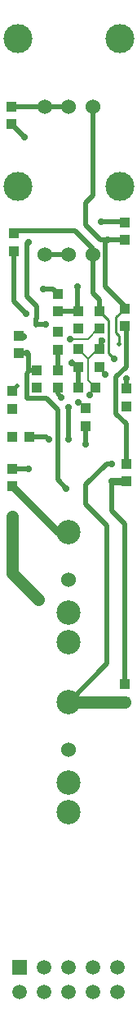
<source format=gbl>
G04 Layer_Physical_Order=2*
G04 Layer_Color=16711680*
%FSLAX25Y25*%
%MOIN*%
G70*
G01*
G75*
%ADD15R,0.04331X0.04331*%
%ADD18C,0.03000*%
%ADD19C,0.02000*%
%ADD20C,0.01000*%
%ADD21C,0.00800*%
%ADD22C,0.05000*%
%ADD23C,0.06000*%
%ADD24C,0.09843*%
%ADD25C,0.11811*%
%ADD26C,0.05906*%
%ADD27R,0.05906X0.05906*%
%ADD28C,0.02000*%
%ADD29C,0.02756*%
%ADD30R,0.04331X0.04331*%
D15*
X51000Y222043D02*
D03*
Y214957D02*
D03*
X4500Y251543D02*
D03*
Y244457D02*
D03*
X7000Y266957D02*
D03*
Y274043D02*
D03*
X14500Y252957D02*
D03*
Y260043D02*
D03*
X40000Y276957D02*
D03*
Y284043D02*
D03*
X34500Y244543D02*
D03*
Y237457D02*
D03*
X23000Y260043D02*
D03*
Y252957D02*
D03*
Y275543D02*
D03*
Y268457D02*
D03*
X23000Y291043D02*
D03*
Y283957D02*
D03*
X5000Y308457D02*
D03*
Y315543D02*
D03*
X50500Y312957D02*
D03*
Y320043D02*
D03*
X4000Y359957D02*
D03*
Y367043D02*
D03*
X50500Y285043D02*
D03*
Y277957D02*
D03*
X31500Y284043D02*
D03*
Y276957D02*
D03*
X31500Y261457D02*
D03*
Y268543D02*
D03*
X40000Y268543D02*
D03*
Y261457D02*
D03*
X51000Y252543D02*
D03*
Y245457D02*
D03*
X50500Y132543D02*
D03*
Y125457D02*
D03*
X4500Y212957D02*
D03*
Y220043D02*
D03*
D18*
X45000Y215000D02*
X45043Y215043D01*
X51000D01*
X4500Y212957D02*
X23087Y194370D01*
X27500D01*
D19*
X50500Y277957D02*
X51000Y277457D01*
Y261368D02*
Y277457D01*
X46835Y257203D02*
X51000Y261368D01*
X46835Y242463D02*
Y257203D01*
Y242463D02*
X51000Y238298D01*
Y222043D02*
Y238298D01*
X27500Y232000D02*
Y245000D01*
X18427Y248709D02*
X23000Y244136D01*
Y215500D02*
Y244136D01*
Y215500D02*
X26500Y212000D01*
X11000Y259500D02*
X11543Y260043D01*
X10291Y258791D02*
X11000Y259500D01*
X10500Y267000D02*
X11000Y266500D01*
Y259500D02*
Y266500D01*
X10457Y266957D02*
X10500Y267000D01*
X7543Y273500D02*
X9000D01*
X31457Y253000D02*
Y261413D01*
X14428Y278500D02*
X18000D01*
X14214Y278286D02*
X14428Y278500D01*
X14214Y278286D02*
Y280850D01*
X7000Y274043D02*
X7543Y273500D01*
X51200Y252743D02*
Y256791D01*
X31000Y284543D02*
X31500Y284043D01*
X31000Y284543D02*
Y294000D01*
X37343Y291158D02*
Y306941D01*
Y291158D02*
X40000Y288500D01*
Y284043D02*
Y288500D01*
X42500Y294000D02*
X50500Y286000D01*
X42500Y294000D02*
Y311913D01*
X50500Y285043D02*
Y286000D01*
X40543Y312957D02*
X43543D01*
X34500Y319000D02*
X40543Y312957D01*
X34500Y319000D02*
Y328000D01*
X37343Y330842D01*
Y366941D01*
X17658D02*
X27500D01*
X17555Y367043D02*
X17658Y366941D01*
X4000Y367043D02*
X17555D01*
X4000Y359957D02*
X9457Y354500D01*
X9500D01*
X10500Y311500D02*
X11000Y312000D01*
X10500Y290000D02*
Y311500D01*
Y290000D02*
X14500Y286000D01*
X5957Y316500D02*
X30000D01*
X5000Y315543D02*
X5957Y316500D01*
X30000D02*
X37343Y309157D01*
X14500Y281136D02*
Y286000D01*
X14214Y280850D02*
X14500Y281136D01*
X5000Y288000D02*
X10000Y283000D01*
X5000Y288000D02*
Y308457D01*
X21043Y293000D02*
X23000Y291043D01*
X17000Y293000D02*
X21043D01*
X31413Y283957D02*
X31500Y284043D01*
X23000Y283957D02*
X31413D01*
X7000Y266957D02*
X10457D01*
X42500Y311913D02*
X43543Y312957D01*
X50500D01*
X50293Y320250D02*
X50500Y320043D01*
X40750Y320250D02*
X50293D01*
X17658Y306941D02*
X27500D01*
X37343D02*
Y309157D01*
X11543Y233000D02*
X18500D01*
X23000Y260043D02*
Y268457D01*
X10291Y248709D02*
X18427D01*
X23000Y250500D02*
Y252957D01*
Y250500D02*
X24500Y249000D01*
X10291Y248709D02*
Y258791D01*
X11543Y260043D02*
X14500D01*
X34500Y230000D02*
Y237457D01*
Y213500D02*
X43000Y222000D01*
X45000D01*
X27587Y125457D02*
X43000Y140870D01*
X27500Y125370D02*
X27587Y125457D01*
X34500Y205500D02*
Y213500D01*
Y205500D02*
X43000Y197000D01*
Y140870D02*
Y197000D01*
X45000Y203000D02*
Y215000D01*
Y203000D02*
X50500Y197500D01*
Y132543D02*
Y197500D01*
X4543Y220000D02*
X11000D01*
D20*
X50256Y285043D02*
X50500D01*
X46835Y281622D02*
X50256Y285043D01*
X46835Y275170D02*
Y281622D01*
Y275170D02*
X48000Y274005D01*
Y270500D02*
Y274005D01*
X40000Y284043D02*
X43878Y280165D01*
Y270808D02*
Y280165D01*
X43665Y270595D02*
X43878Y270808D01*
X43665Y266835D02*
Y270595D01*
Y266835D02*
X46000Y264500D01*
D21*
X28013Y272750D02*
X35250D01*
X35250Y272750D01*
X41000Y272000D02*
X41000D01*
X40000Y273000D02*
X41000Y272000D01*
X35250Y272750D02*
X39457Y276957D01*
X28665Y264291D02*
X31500Y261457D01*
X40000Y268543D02*
Y273000D01*
X40000Y273000D02*
X40000Y273000D01*
X39457Y276957D02*
X40000D01*
Y260824D02*
X42406Y258417D01*
X31500Y247000D02*
X32043D01*
X34500Y244543D01*
X28665Y262878D02*
Y264291D01*
X35500Y264500D02*
X39543Y268543D01*
X35500Y264500D02*
Y264543D01*
X31500Y268543D02*
X35500Y264543D01*
X39543Y268543D02*
X40000D01*
X35500Y256043D02*
Y264500D01*
Y256043D02*
X38543Y253000D01*
D22*
X4500Y177500D02*
Y200500D01*
Y177500D02*
X15000Y167000D01*
X27587Y125457D02*
X50500D01*
D23*
X27500Y106000D02*
D03*
Y366941D02*
D03*
X17658D02*
D03*
X37343D02*
D03*
X27500Y175000D02*
D03*
Y306941D02*
D03*
X17658D02*
D03*
X37343D02*
D03*
D24*
X27500Y125370D02*
D03*
Y92693D02*
D03*
Y80488D02*
D03*
Y194370D02*
D03*
Y161693D02*
D03*
Y149488D02*
D03*
D25*
X48366Y394500D02*
D03*
X6634D02*
D03*
X48366Y334500D02*
D03*
X6634D02*
D03*
D26*
X47500Y7500D02*
D03*
Y17500D02*
D03*
X37500Y7500D02*
D03*
Y17500D02*
D03*
X27500Y7500D02*
D03*
Y17500D02*
D03*
X17500Y7500D02*
D03*
Y17500D02*
D03*
X7500Y7500D02*
D03*
D27*
Y17500D02*
D03*
D28*
X48000Y270500D02*
D03*
X6500Y253500D02*
D03*
D29*
X27500Y232000D02*
D03*
Y245000D02*
D03*
X10500Y267000D02*
D03*
X9000Y273500D02*
D03*
X28013Y272750D02*
D03*
X41000Y272000D02*
D03*
X42406Y258417D02*
D03*
X46000Y264500D02*
D03*
X31500Y247000D02*
D03*
X36000Y250000D02*
D03*
X28665Y262878D02*
D03*
X18000Y278500D02*
D03*
X51200Y256791D02*
D03*
X31000Y294000D02*
D03*
X9500Y354500D02*
D03*
X11000Y312000D02*
D03*
X10000Y283000D02*
D03*
X17000Y293000D02*
D03*
X43543Y312957D02*
D03*
X40750Y320250D02*
D03*
X19500Y232000D02*
D03*
X24500Y249000D02*
D03*
X26500Y212000D02*
D03*
X34500Y230000D02*
D03*
X45000Y222000D02*
D03*
X11000Y220000D02*
D03*
X45000Y215000D02*
D03*
X4500Y200500D02*
D03*
X15000Y167000D02*
D03*
D30*
X31457Y253000D02*
D03*
X38543D02*
D03*
X4457Y233000D02*
D03*
X11543D02*
D03*
M02*

</source>
